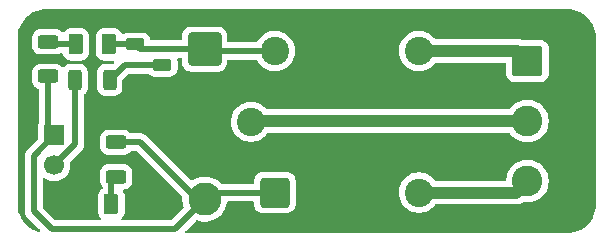
<source format=gbr>
%TF.GenerationSoftware,KiCad,Pcbnew,9.0.5*%
%TF.CreationDate,2025-12-25T11:21:18+05:30*%
%TF.ProjectId,Relay Module ( Single channel),52656c61-7920-44d6-9f64-756c65202820,v1.0*%
%TF.SameCoordinates,Original*%
%TF.FileFunction,Copper,L1,Top*%
%TF.FilePolarity,Positive*%
%FSLAX46Y46*%
G04 Gerber Fmt 4.6, Leading zero omitted, Abs format (unit mm)*
G04 Created by KiCad (PCBNEW 9.0.5) date 2025-12-25 11:21:18*
%MOMM*%
%LPD*%
G01*
G04 APERTURE LIST*
G04 Aperture macros list*
%AMRoundRect*
0 Rectangle with rounded corners*
0 $1 Rounding radius*
0 $2 $3 $4 $5 $6 $7 $8 $9 X,Y pos of 4 corners*
0 Add a 4 corners polygon primitive as box body*
4,1,4,$2,$3,$4,$5,$6,$7,$8,$9,$2,$3,0*
0 Add four circle primitives for the rounded corners*
1,1,$1+$1,$2,$3*
1,1,$1+$1,$4,$5*
1,1,$1+$1,$6,$7*
1,1,$1+$1,$8,$9*
0 Add four rect primitives between the rounded corners*
20,1,$1+$1,$2,$3,$4,$5,0*
20,1,$1+$1,$4,$5,$6,$7,0*
20,1,$1+$1,$6,$7,$8,$9,0*
20,1,$1+$1,$8,$9,$2,$3,0*%
G04 Aperture macros list end*
%TA.AperFunction,SMDPad,CuDef*%
%ADD10RoundRect,0.250000X0.375000X0.625000X-0.375000X0.625000X-0.375000X-0.625000X0.375000X-0.625000X0*%
%TD*%
%TA.AperFunction,ComponentPad*%
%ADD11RoundRect,0.250000X-1.050000X1.050000X-1.050000X-1.050000X1.050000X-1.050000X1.050000X1.050000X0*%
%TD*%
%TA.AperFunction,ComponentPad*%
%ADD12C,2.600000*%
%TD*%
%TA.AperFunction,ComponentPad*%
%ADD13RoundRect,0.250001X-1.149999X1.149999X-1.149999X-1.149999X1.149999X-1.149999X1.149999X1.149999X0*%
%TD*%
%TA.AperFunction,ComponentPad*%
%ADD14C,2.800000*%
%TD*%
%TA.AperFunction,ComponentPad*%
%ADD15R,1.700000X1.700000*%
%TD*%
%TA.AperFunction,ComponentPad*%
%ADD16C,1.700000*%
%TD*%
%TA.AperFunction,ComponentPad*%
%ADD17C,2.400000*%
%TD*%
%TA.AperFunction,ComponentPad*%
%ADD18RoundRect,0.250000X1.000000X-1.000000X1.000000X1.000000X-1.000000X1.000000X-1.000000X-1.000000X0*%
%TD*%
%TA.AperFunction,SMDPad,CuDef*%
%ADD19RoundRect,0.250000X-0.625000X0.312500X-0.625000X-0.312500X0.625000X-0.312500X0.625000X0.312500X0*%
%TD*%
%TA.AperFunction,SMDPad,CuDef*%
%ADD20RoundRect,0.250000X-0.312500X-0.625000X0.312500X-0.625000X0.312500X0.625000X-0.312500X0.625000X0*%
%TD*%
%TA.AperFunction,SMDPad,CuDef*%
%ADD21RoundRect,0.250000X-0.550000X0.250000X-0.550000X-0.250000X0.550000X-0.250000X0.550000X0.250000X0*%
%TD*%
%TA.AperFunction,SMDPad,CuDef*%
%ADD22RoundRect,0.250000X0.625000X-0.312500X0.625000X0.312500X-0.625000X0.312500X-0.625000X-0.312500X0*%
%TD*%
%TA.AperFunction,Conductor*%
%ADD23C,0.500000*%
%TD*%
%TA.AperFunction,Conductor*%
%ADD24C,1.000000*%
%TD*%
G04 APERTURE END LIST*
D10*
%TO.P,D2,1,K*%
%TO.N,Net-(D1-K)*%
X151243000Y-94505000D03*
%TO.P,D2,2,A*%
%TO.N,Net-(D2-A)*%
X148443000Y-94505000D03*
%TD*%
D11*
%TO.P,J2,1,Pin_1*%
%TO.N,NC*%
X186670500Y-95920000D03*
D12*
%TO.P,J2,2,Pin_2*%
%TO.N,COM*%
X186670500Y-101000000D03*
%TO.P,J2,3,Pin_3*%
%TO.N,NO*%
X186670500Y-106080000D03*
%TD*%
D13*
%TO.P,D1,1,K*%
%TO.N,Net-(D1-K)*%
X159343000Y-94905000D03*
D14*
%TO.P,D1,2,A*%
%TO.N,VCC*%
X159343000Y-107605000D03*
%TD*%
D15*
%TO.P,J1,1,Pin_1*%
%TO.N,VCC*%
X146593000Y-102215000D03*
D16*
%TO.P,J1,2,Pin_2*%
%TO.N,INPUT*%
X146593000Y-104755000D03*
%TO.P,J1,3,Pin_3*%
%TO.N,GND*%
X146593000Y-107295000D03*
%TD*%
D10*
%TO.P,D3,1,K*%
%TO.N,GND*%
X154243000Y-108005000D03*
%TO.P,D3,2,A*%
%TO.N,Net-(D3-A)*%
X151443000Y-108005000D03*
%TD*%
D17*
%TO.P,K1,11*%
%TO.N,COM*%
X163282000Y-101047500D03*
%TO.P,K1,12*%
%TO.N,NC*%
X177482000Y-95047500D03*
%TO.P,K1,14*%
%TO.N,NO*%
X177482000Y-107047500D03*
D18*
%TO.P,K1,A1*%
%TO.N,VCC*%
X165282000Y-107047500D03*
D17*
%TO.P,K1,A2*%
%TO.N,Net-(D1-K)*%
X165282000Y-95047500D03*
%TD*%
D19*
%TO.P,R2,1*%
%TO.N,VCC*%
X151843000Y-102792500D03*
%TO.P,R2,2*%
%TO.N,Net-(D3-A)*%
X151843000Y-105717500D03*
%TD*%
D20*
%TO.P,R3,1*%
%TO.N,INPUT*%
X148380500Y-97505000D03*
%TO.P,R3,2*%
%TO.N,Net-(Q1-B)*%
X151305500Y-97505000D03*
%TD*%
D21*
%TO.P,Q1,1,C*%
%TO.N,Net-(D1-K)*%
X153443000Y-94505000D03*
%TO.P,Q1,2,B*%
%TO.N,Net-(Q1-B)*%
X155743000Y-96255000D03*
%TO.P,Q1,3,E*%
%TO.N,GND*%
X153443000Y-98005000D03*
%TD*%
D22*
%TO.P,R1,1*%
%TO.N,VCC*%
X146093000Y-97217500D03*
%TO.P,R1,2*%
%TO.N,Net-(D2-A)*%
X146093000Y-94292500D03*
%TD*%
D23*
%TO.N,VCC*%
X158703000Y-107605000D02*
X159343000Y-107605000D01*
X159900500Y-107047500D02*
X159343000Y-107605000D01*
X156793000Y-110155000D02*
X159343000Y-107605000D01*
X146093000Y-101715000D02*
X146593000Y-102215000D01*
X144863000Y-108615000D02*
X146403000Y-110155000D01*
X151843000Y-102792500D02*
X153890500Y-102792500D01*
X146593000Y-102215000D02*
X144863000Y-103945000D01*
X144863000Y-103945000D02*
X144863000Y-108615000D01*
X165282000Y-107047500D02*
X159900500Y-107047500D01*
X146403000Y-110155000D02*
X156793000Y-110155000D01*
X153890500Y-102792500D02*
X158703000Y-107605000D01*
X146093000Y-97217500D02*
X146093000Y-101715000D01*
%TO.N,Net-(D1-K)*%
X159343000Y-94905000D02*
X153843000Y-94905000D01*
X153843000Y-94905000D02*
X153443000Y-94505000D01*
X159485500Y-95047500D02*
X159343000Y-94905000D01*
X151243000Y-94505000D02*
X153443000Y-94505000D01*
X165282000Y-95047500D02*
X159485500Y-95047500D01*
%TO.N,Net-(D2-A)*%
X146305500Y-94505000D02*
X146093000Y-94292500D01*
X148443000Y-94505000D02*
X146305500Y-94505000D01*
%TO.N,Net-(D3-A)*%
X151443000Y-106117500D02*
X151843000Y-105717500D01*
X151443000Y-108005000D02*
X151443000Y-106117500D01*
%TO.N,INPUT*%
X148380500Y-102967500D02*
X148380500Y-97505000D01*
X146593000Y-104755000D02*
X148380500Y-102967500D01*
D24*
%TO.N,NO*%
X177482000Y-107047500D02*
X185703000Y-107047500D01*
X185703000Y-107047500D02*
X186670500Y-106080000D01*
%TO.N,NC*%
X185798000Y-95047500D02*
X186670500Y-95920000D01*
X177482000Y-95047500D02*
X185798000Y-95047500D01*
%TO.N,COM*%
X186670500Y-101000000D02*
X163329500Y-101000000D01*
X163329500Y-101000000D02*
X163282000Y-101047500D01*
D23*
%TO.N,Net-(Q1-B)*%
X155743000Y-96255000D02*
X152555500Y-96255000D01*
X152555500Y-96255000D02*
X151305500Y-97505000D01*
%TD*%
%TA.AperFunction,Conductor*%
%TO.N,GND*%
G36*
X190003736Y-91500726D02*
G01*
X190293796Y-91518271D01*
X190308659Y-91520076D01*
X190590798Y-91571780D01*
X190605335Y-91575363D01*
X190879172Y-91660695D01*
X190893163Y-91666000D01*
X191154743Y-91783727D01*
X191167989Y-91790680D01*
X191413465Y-91939075D01*
X191425776Y-91947573D01*
X191651573Y-92124473D01*
X191662781Y-92134403D01*
X191865596Y-92337218D01*
X191875526Y-92348426D01*
X191995481Y-92501538D01*
X192052422Y-92574217D01*
X192060928Y-92586540D01*
X192209316Y-92832004D01*
X192216275Y-92845263D01*
X192333997Y-93106831D01*
X192339306Y-93120832D01*
X192424635Y-93394663D01*
X192428219Y-93409201D01*
X192479923Y-93691340D01*
X192481728Y-93706205D01*
X192499274Y-93996263D01*
X192499500Y-94003750D01*
X192499500Y-107996249D01*
X192499274Y-108003736D01*
X192481728Y-108293794D01*
X192479923Y-108308659D01*
X192428219Y-108590798D01*
X192424635Y-108605336D01*
X192339306Y-108879167D01*
X192333997Y-108893168D01*
X192216275Y-109154736D01*
X192209316Y-109167995D01*
X192060928Y-109413459D01*
X192052422Y-109425782D01*
X191875526Y-109651573D01*
X191865596Y-109662781D01*
X191662781Y-109865596D01*
X191651573Y-109875526D01*
X191425782Y-110052422D01*
X191413459Y-110060928D01*
X191167995Y-110209316D01*
X191154736Y-110216275D01*
X190893168Y-110333997D01*
X190879167Y-110339306D01*
X190605336Y-110424635D01*
X190590798Y-110428219D01*
X190308659Y-110479923D01*
X190293794Y-110481728D01*
X190003736Y-110499274D01*
X189996249Y-110499500D01*
X157809230Y-110499500D01*
X157742191Y-110479815D01*
X157696436Y-110427011D01*
X157686492Y-110357853D01*
X157715517Y-110294297D01*
X157721549Y-110287819D01*
X158580333Y-109429034D01*
X158641656Y-109395549D01*
X158711347Y-109400533D01*
X158715467Y-109402154D01*
X158720368Y-109404184D01*
X158730793Y-109408502D01*
X158971435Y-109472982D01*
X159218435Y-109505500D01*
X159218442Y-109505500D01*
X159467558Y-109505500D01*
X159467565Y-109505500D01*
X159714565Y-109472982D01*
X159955207Y-109408502D01*
X160185373Y-109313164D01*
X160401127Y-109188599D01*
X160598776Y-109036938D01*
X160774938Y-108860776D01*
X160926599Y-108663127D01*
X161051164Y-108447373D01*
X161146502Y-108217207D01*
X161210982Y-107976565D01*
X161220296Y-107905814D01*
X161248562Y-107841919D01*
X161306886Y-107803447D01*
X161343235Y-107798000D01*
X163407501Y-107798000D01*
X163474540Y-107817685D01*
X163520295Y-107870489D01*
X163531501Y-107922000D01*
X163531501Y-108097518D01*
X163542000Y-108200296D01*
X163542001Y-108200299D01*
X163597185Y-108366831D01*
X163597187Y-108366836D01*
X163632069Y-108423388D01*
X163689288Y-108516156D01*
X163813344Y-108640212D01*
X163962666Y-108732314D01*
X164129203Y-108787499D01*
X164231991Y-108798000D01*
X166332008Y-108797999D01*
X166434797Y-108787499D01*
X166601334Y-108732314D01*
X166750656Y-108640212D01*
X166874712Y-108516156D01*
X166966814Y-108366834D01*
X167021999Y-108200297D01*
X167032500Y-108097509D01*
X167032499Y-106936049D01*
X175781500Y-106936049D01*
X175781500Y-107158950D01*
X175781501Y-107158966D01*
X175810594Y-107379952D01*
X175810595Y-107379957D01*
X175810596Y-107379963D01*
X175837518Y-107480437D01*
X175868290Y-107595280D01*
X175868293Y-107595290D01*
X175953593Y-107801222D01*
X175953595Y-107801226D01*
X176065052Y-107994274D01*
X176065057Y-107994280D01*
X176065058Y-107994282D01*
X176200751Y-108171122D01*
X176200757Y-108171129D01*
X176358370Y-108328742D01*
X176358376Y-108328747D01*
X176535226Y-108464448D01*
X176728274Y-108575905D01*
X176934219Y-108661210D01*
X177149537Y-108718904D01*
X177370543Y-108748000D01*
X177370550Y-108748000D01*
X177593450Y-108748000D01*
X177593457Y-108748000D01*
X177814463Y-108718904D01*
X178029781Y-108661210D01*
X178235726Y-108575905D01*
X178428774Y-108464448D01*
X178605624Y-108328747D01*
X178763247Y-108171124D01*
X178820497Y-108096513D01*
X178876924Y-108055311D01*
X178918873Y-108048000D01*
X185801542Y-108048000D01*
X185832566Y-108041828D01*
X185898188Y-108028775D01*
X185994836Y-108009551D01*
X186048165Y-107987461D01*
X186176914Y-107934132D01*
X186266982Y-107873949D01*
X186333657Y-107853071D01*
X186352046Y-107854111D01*
X186540353Y-107878902D01*
X186552473Y-107880498D01*
X186552489Y-107880500D01*
X186552496Y-107880500D01*
X186788504Y-107880500D01*
X186788511Y-107880500D01*
X187022514Y-107849693D01*
X187250493Y-107788606D01*
X187468549Y-107698284D01*
X187672950Y-107580273D01*
X187860199Y-107436592D01*
X188027092Y-107269699D01*
X188170773Y-107082450D01*
X188288784Y-106878049D01*
X188379106Y-106659993D01*
X188440193Y-106432014D01*
X188471000Y-106198011D01*
X188471000Y-105961989D01*
X188440193Y-105727986D01*
X188379106Y-105500007D01*
X188288784Y-105281951D01*
X188288782Y-105281948D01*
X188288780Y-105281943D01*
X188246618Y-105208918D01*
X188170773Y-105077550D01*
X188062422Y-104936344D01*
X188027093Y-104890302D01*
X188027087Y-104890295D01*
X187860204Y-104723412D01*
X187860197Y-104723406D01*
X187672954Y-104579730D01*
X187672953Y-104579729D01*
X187672950Y-104579727D01*
X187591457Y-104532677D01*
X187468556Y-104461719D01*
X187468545Y-104461714D01*
X187250493Y-104371394D01*
X187022510Y-104310306D01*
X186788520Y-104279501D01*
X186788517Y-104279500D01*
X186788511Y-104279500D01*
X186552489Y-104279500D01*
X186552483Y-104279500D01*
X186552479Y-104279501D01*
X186318489Y-104310306D01*
X186090506Y-104371394D01*
X185872454Y-104461714D01*
X185872443Y-104461719D01*
X185668045Y-104579730D01*
X185480802Y-104723406D01*
X185480795Y-104723412D01*
X185313912Y-104890295D01*
X185313906Y-104890302D01*
X185170230Y-105077545D01*
X185052219Y-105281943D01*
X185052214Y-105281954D01*
X184961894Y-105500006D01*
X184900806Y-105727989D01*
X184873002Y-105939185D01*
X184844736Y-106003082D01*
X184786411Y-106041553D01*
X184750063Y-106047000D01*
X178918873Y-106047000D01*
X178851834Y-106027315D01*
X178820497Y-105998486D01*
X178763248Y-105923877D01*
X178763242Y-105923870D01*
X178605629Y-105766257D01*
X178605622Y-105766251D01*
X178428782Y-105630558D01*
X178428780Y-105630557D01*
X178428774Y-105630552D01*
X178235726Y-105519095D01*
X178235722Y-105519093D01*
X178029790Y-105433793D01*
X178029783Y-105433791D01*
X178029781Y-105433790D01*
X177814463Y-105376096D01*
X177814457Y-105376095D01*
X177814452Y-105376094D01*
X177593466Y-105347001D01*
X177593463Y-105347000D01*
X177593457Y-105347000D01*
X177370543Y-105347000D01*
X177370537Y-105347000D01*
X177370533Y-105347001D01*
X177149547Y-105376094D01*
X177149540Y-105376095D01*
X177149537Y-105376096D01*
X176934219Y-105433790D01*
X176934209Y-105433793D01*
X176728277Y-105519093D01*
X176728273Y-105519095D01*
X176535226Y-105630552D01*
X176535217Y-105630558D01*
X176358377Y-105766251D01*
X176358370Y-105766257D01*
X176200757Y-105923870D01*
X176200751Y-105923877D01*
X176065058Y-106100717D01*
X176065052Y-106100726D01*
X175953595Y-106293773D01*
X175953593Y-106293777D01*
X175868293Y-106499709D01*
X175868290Y-106499719D01*
X175810597Y-106715034D01*
X175810594Y-106715047D01*
X175781501Y-106936033D01*
X175781500Y-106936049D01*
X167032499Y-106936049D01*
X167032499Y-105997492D01*
X167021999Y-105894703D01*
X166966814Y-105728166D01*
X166874712Y-105578844D01*
X166750656Y-105454788D01*
X166601334Y-105362686D01*
X166434797Y-105307501D01*
X166434795Y-105307500D01*
X166332010Y-105297000D01*
X164231998Y-105297000D01*
X164231981Y-105297001D01*
X164129203Y-105307500D01*
X164129200Y-105307501D01*
X163962668Y-105362685D01*
X163962663Y-105362687D01*
X163813342Y-105454789D01*
X163689289Y-105578842D01*
X163597187Y-105728163D01*
X163597185Y-105728168D01*
X163578317Y-105785109D01*
X163542001Y-105894703D01*
X163542001Y-105894704D01*
X163542000Y-105894704D01*
X163531500Y-105997483D01*
X163531500Y-106173000D01*
X163511815Y-106240039D01*
X163459011Y-106285794D01*
X163407500Y-106297000D01*
X160774076Y-106297000D01*
X160707037Y-106277315D01*
X160686399Y-106260685D01*
X160598776Y-106173062D01*
X160598775Y-106173061D01*
X160598773Y-106173059D01*
X160401126Y-106021400D01*
X160185376Y-105896837D01*
X160185361Y-105896830D01*
X159955207Y-105801498D01*
X159714561Y-105737017D01*
X159467575Y-105704501D01*
X159467570Y-105704500D01*
X159467565Y-105704500D01*
X159218435Y-105704500D01*
X159218429Y-105704500D01*
X159218424Y-105704501D01*
X158971438Y-105737017D01*
X158730792Y-105801498D01*
X158500638Y-105896830D01*
X158500616Y-105896841D01*
X158301273Y-106011931D01*
X158233373Y-106028404D01*
X158167346Y-106005551D01*
X158151593Y-105992225D01*
X154368921Y-102209552D01*
X154368914Y-102209546D01*
X154295229Y-102160312D01*
X154295229Y-102160313D01*
X154245991Y-102127413D01*
X154109417Y-102070843D01*
X154109407Y-102070840D01*
X153964420Y-102042000D01*
X153964418Y-102042000D01*
X153142730Y-102042000D01*
X153075691Y-102022315D01*
X153055049Y-102005681D01*
X152936657Y-101887289D01*
X152936656Y-101887288D01*
X152843888Y-101830069D01*
X152787336Y-101795187D01*
X152787331Y-101795185D01*
X152785862Y-101794698D01*
X152620797Y-101740001D01*
X152620795Y-101740000D01*
X152518010Y-101729500D01*
X151167998Y-101729500D01*
X151167981Y-101729501D01*
X151065203Y-101740000D01*
X151065200Y-101740001D01*
X150898668Y-101795185D01*
X150898663Y-101795187D01*
X150749342Y-101887289D01*
X150625289Y-102011342D01*
X150533187Y-102160663D01*
X150533185Y-102160668D01*
X150529719Y-102171129D01*
X150478001Y-102327203D01*
X150478001Y-102327204D01*
X150478000Y-102327204D01*
X150467500Y-102429983D01*
X150467500Y-103155001D01*
X150467501Y-103155019D01*
X150478000Y-103257796D01*
X150478001Y-103257799D01*
X150533185Y-103424331D01*
X150533187Y-103424336D01*
X150546498Y-103445916D01*
X150625288Y-103573656D01*
X150749344Y-103697712D01*
X150898666Y-103789814D01*
X151065203Y-103844999D01*
X151167991Y-103855500D01*
X152518008Y-103855499D01*
X152620797Y-103844999D01*
X152787334Y-103789814D01*
X152936656Y-103697712D01*
X153055049Y-103579319D01*
X153116372Y-103545834D01*
X153142730Y-103543000D01*
X153528270Y-103543000D01*
X153595309Y-103562685D01*
X153615951Y-103579319D01*
X157407935Y-107371303D01*
X157441420Y-107432626D01*
X157443194Y-107475165D01*
X157442500Y-107480437D01*
X157442500Y-107729558D01*
X157442501Y-107729575D01*
X157469431Y-107934132D01*
X157475018Y-107976565D01*
X157534966Y-108200295D01*
X157539499Y-108217209D01*
X157539503Y-108217222D01*
X157545845Y-108232532D01*
X157553314Y-108302001D01*
X157522038Y-108364480D01*
X157518965Y-108367665D01*
X156518451Y-109368181D01*
X156457128Y-109401666D01*
X156430770Y-109404500D01*
X152404230Y-109404500D01*
X152337191Y-109384815D01*
X152291436Y-109332011D01*
X152281492Y-109262853D01*
X152310517Y-109199297D01*
X152316549Y-109192819D01*
X152354632Y-109154736D01*
X152410712Y-109098656D01*
X152502814Y-108949334D01*
X152557999Y-108782797D01*
X152568500Y-108680009D01*
X152568499Y-107329992D01*
X152557999Y-107227203D01*
X152502814Y-107060666D01*
X152444989Y-106966916D01*
X152426550Y-106899526D01*
X152447473Y-106832863D01*
X152501115Y-106788093D01*
X152537927Y-106778464D01*
X152620797Y-106769999D01*
X152787334Y-106714814D01*
X152936656Y-106622712D01*
X153060712Y-106498656D01*
X153152814Y-106349334D01*
X153207999Y-106182797D01*
X153218500Y-106080009D01*
X153218499Y-105354992D01*
X153207999Y-105252203D01*
X153152814Y-105085666D01*
X153060712Y-104936344D01*
X152936656Y-104812288D01*
X152843888Y-104755069D01*
X152787336Y-104720187D01*
X152787331Y-104720185D01*
X152785862Y-104719698D01*
X152620797Y-104665001D01*
X152620795Y-104665000D01*
X152518010Y-104654500D01*
X151167998Y-104654500D01*
X151167981Y-104654501D01*
X151065203Y-104665000D01*
X151065200Y-104665001D01*
X150898668Y-104720185D01*
X150898663Y-104720187D01*
X150749342Y-104812289D01*
X150625289Y-104936342D01*
X150533187Y-105085663D01*
X150533186Y-105085666D01*
X150478001Y-105252203D01*
X150478001Y-105252204D01*
X150478000Y-105252204D01*
X150467500Y-105354983D01*
X150467500Y-106080001D01*
X150467501Y-106080019D01*
X150478000Y-106182796D01*
X150478001Y-106182799D01*
X150533185Y-106349331D01*
X150533187Y-106349336D01*
X150625289Y-106498657D01*
X150656181Y-106529549D01*
X150670884Y-106556476D01*
X150687477Y-106582295D01*
X150688368Y-106588495D01*
X150689666Y-106590872D01*
X150692500Y-106617230D01*
X150692500Y-106660621D01*
X150672815Y-106727660D01*
X150633599Y-106766158D01*
X150599346Y-106787285D01*
X150475289Y-106911342D01*
X150383187Y-107060663D01*
X150383186Y-107060666D01*
X150328001Y-107227203D01*
X150328001Y-107227204D01*
X150328000Y-107227204D01*
X150317500Y-107329983D01*
X150317500Y-108680001D01*
X150317501Y-108680018D01*
X150328000Y-108782796D01*
X150328001Y-108782799D01*
X150353842Y-108860781D01*
X150383186Y-108949334D01*
X150426604Y-109019727D01*
X150475289Y-109098657D01*
X150569451Y-109192819D01*
X150602936Y-109254142D01*
X150597952Y-109323834D01*
X150556080Y-109379767D01*
X150490616Y-109404184D01*
X150481770Y-109404500D01*
X146765230Y-109404500D01*
X146698191Y-109384815D01*
X146677549Y-109368181D01*
X145649819Y-108340451D01*
X145616334Y-108279128D01*
X145613500Y-108252770D01*
X145613500Y-105956025D01*
X145633185Y-105888986D01*
X145685989Y-105843231D01*
X145755147Y-105833287D01*
X145810385Y-105855707D01*
X145885184Y-105910051D01*
X146074588Y-106006557D01*
X146276757Y-106072246D01*
X146486713Y-106105500D01*
X146486714Y-106105500D01*
X146699286Y-106105500D01*
X146699287Y-106105500D01*
X146909243Y-106072246D01*
X147111412Y-106006557D01*
X147300816Y-105910051D01*
X147375615Y-105855707D01*
X147472786Y-105785109D01*
X147472788Y-105785106D01*
X147472792Y-105785104D01*
X147623104Y-105634792D01*
X147623106Y-105634788D01*
X147623109Y-105634786D01*
X147748048Y-105462820D01*
X147748047Y-105462820D01*
X147748051Y-105462816D01*
X147844557Y-105273412D01*
X147910246Y-105071243D01*
X147943500Y-104861287D01*
X147943500Y-104648713D01*
X147928382Y-104553268D01*
X147937336Y-104483979D01*
X147963171Y-104446195D01*
X148963452Y-103445916D01*
X149019489Y-103362049D01*
X149045584Y-103322995D01*
X149090110Y-103215500D01*
X149102159Y-103186412D01*
X149131000Y-103041417D01*
X149131000Y-102893582D01*
X149131000Y-100936049D01*
X161581500Y-100936049D01*
X161581500Y-101158950D01*
X161581501Y-101158966D01*
X161610594Y-101379952D01*
X161610595Y-101379957D01*
X161610596Y-101379963D01*
X161610597Y-101379965D01*
X161668290Y-101595280D01*
X161668293Y-101595290D01*
X161752277Y-101798045D01*
X161753595Y-101801226D01*
X161865052Y-101994274D01*
X161865057Y-101994280D01*
X161865058Y-101994282D01*
X162000751Y-102171122D01*
X162000757Y-102171129D01*
X162158370Y-102328742D01*
X162158377Y-102328748D01*
X162194666Y-102356593D01*
X162335226Y-102464448D01*
X162528274Y-102575905D01*
X162734219Y-102661210D01*
X162949537Y-102718904D01*
X163170543Y-102748000D01*
X163170550Y-102748000D01*
X163393450Y-102748000D01*
X163393457Y-102748000D01*
X163614463Y-102718904D01*
X163829781Y-102661210D01*
X164035726Y-102575905D01*
X164228774Y-102464448D01*
X164405624Y-102328747D01*
X164563247Y-102171124D01*
X164656945Y-102049013D01*
X164713373Y-102007811D01*
X164755321Y-102000500D01*
X185107581Y-102000500D01*
X185174620Y-102020185D01*
X185205956Y-102049013D01*
X185222706Y-102070842D01*
X185313906Y-102189697D01*
X185313912Y-102189704D01*
X185480795Y-102356587D01*
X185480801Y-102356592D01*
X185668050Y-102500273D01*
X185737639Y-102540450D01*
X185872443Y-102618280D01*
X185872448Y-102618282D01*
X185872451Y-102618284D01*
X186090507Y-102708606D01*
X186318486Y-102769693D01*
X186552489Y-102800500D01*
X186552496Y-102800500D01*
X186788504Y-102800500D01*
X186788511Y-102800500D01*
X187022514Y-102769693D01*
X187250493Y-102708606D01*
X187468549Y-102618284D01*
X187672950Y-102500273D01*
X187860199Y-102356592D01*
X188027092Y-102189699D01*
X188170773Y-102002450D01*
X188288784Y-101798049D01*
X188379106Y-101579993D01*
X188440193Y-101352014D01*
X188471000Y-101118011D01*
X188471000Y-100881989D01*
X188440193Y-100647986D01*
X188379106Y-100420007D01*
X188288784Y-100201951D01*
X188288782Y-100201948D01*
X188288780Y-100201943D01*
X188246618Y-100128918D01*
X188170773Y-99997550D01*
X188027092Y-99810301D01*
X188027087Y-99810295D01*
X187860204Y-99643412D01*
X187860197Y-99643406D01*
X187672954Y-99499730D01*
X187672953Y-99499729D01*
X187672950Y-99499727D01*
X187558744Y-99433790D01*
X187468556Y-99381719D01*
X187468545Y-99381714D01*
X187250493Y-99291394D01*
X187022510Y-99230306D01*
X186788520Y-99199501D01*
X186788517Y-99199500D01*
X186788511Y-99199500D01*
X186552489Y-99199500D01*
X186552483Y-99199500D01*
X186552479Y-99199501D01*
X186318489Y-99230306D01*
X186090506Y-99291394D01*
X185872454Y-99381714D01*
X185872443Y-99381719D01*
X185668045Y-99499730D01*
X185480802Y-99643406D01*
X185480795Y-99643412D01*
X185313912Y-99810295D01*
X185313906Y-99810302D01*
X185205957Y-99950986D01*
X185149529Y-99992189D01*
X185107581Y-99999500D01*
X164682425Y-99999500D01*
X164615386Y-99979815D01*
X164584048Y-99950985D01*
X164563246Y-99923874D01*
X164405629Y-99766257D01*
X164405622Y-99766251D01*
X164228782Y-99630558D01*
X164228780Y-99630557D01*
X164228774Y-99630552D01*
X164035726Y-99519095D01*
X164035722Y-99519093D01*
X163829790Y-99433793D01*
X163829783Y-99433791D01*
X163829781Y-99433790D01*
X163614463Y-99376096D01*
X163614457Y-99376095D01*
X163614452Y-99376094D01*
X163393466Y-99347001D01*
X163393463Y-99347000D01*
X163393457Y-99347000D01*
X163170543Y-99347000D01*
X163170537Y-99347000D01*
X163170533Y-99347001D01*
X162949547Y-99376094D01*
X162949540Y-99376095D01*
X162949537Y-99376096D01*
X162928563Y-99381716D01*
X162734219Y-99433790D01*
X162734209Y-99433793D01*
X162528277Y-99519093D01*
X162528273Y-99519095D01*
X162335226Y-99630552D01*
X162335217Y-99630558D01*
X162158377Y-99766251D01*
X162158370Y-99766257D01*
X162000757Y-99923870D01*
X162000751Y-99923877D01*
X161865058Y-100100717D01*
X161865052Y-100100726D01*
X161753595Y-100293773D01*
X161753593Y-100293777D01*
X161668293Y-100499709D01*
X161668290Y-100499719D01*
X161628562Y-100647989D01*
X161610597Y-100715034D01*
X161610594Y-100715047D01*
X161581501Y-100936033D01*
X161581500Y-100936049D01*
X149131000Y-100936049D01*
X149131000Y-98804730D01*
X149150685Y-98737691D01*
X149167319Y-98717049D01*
X149285712Y-98598656D01*
X149377814Y-98449334D01*
X149432999Y-98282797D01*
X149443500Y-98180009D01*
X149443499Y-96829992D01*
X149439924Y-96794999D01*
X149432999Y-96727203D01*
X149432998Y-96727200D01*
X149411131Y-96661210D01*
X149377814Y-96560666D01*
X149285712Y-96411344D01*
X149161656Y-96287288D01*
X149012334Y-96195186D01*
X148845797Y-96140001D01*
X148845795Y-96140000D01*
X148743010Y-96129500D01*
X148017998Y-96129500D01*
X148017980Y-96129501D01*
X147915203Y-96140000D01*
X147915200Y-96140001D01*
X147748668Y-96195185D01*
X147748663Y-96195187D01*
X147599342Y-96287289D01*
X147470181Y-96416451D01*
X147468429Y-96414699D01*
X147420935Y-96448305D01*
X147351135Y-96451419D01*
X147293052Y-96418684D01*
X147186657Y-96312289D01*
X147186656Y-96312288D01*
X147037334Y-96220186D01*
X146870797Y-96165001D01*
X146870795Y-96165000D01*
X146768010Y-96154500D01*
X145417998Y-96154500D01*
X145417981Y-96154501D01*
X145315203Y-96165000D01*
X145315200Y-96165001D01*
X145148668Y-96220185D01*
X145148663Y-96220187D01*
X144999342Y-96312289D01*
X144875289Y-96436342D01*
X144783187Y-96585663D01*
X144783186Y-96585666D01*
X144728001Y-96752203D01*
X144728001Y-96752204D01*
X144728000Y-96752204D01*
X144717500Y-96854983D01*
X144717500Y-97580001D01*
X144717501Y-97580019D01*
X144728000Y-97682796D01*
X144728001Y-97682799D01*
X144783185Y-97849331D01*
X144783186Y-97849334D01*
X144875288Y-97998656D01*
X144999344Y-98122712D01*
X145148666Y-98214814D01*
X145257505Y-98250879D01*
X145314949Y-98290652D01*
X145341772Y-98355167D01*
X145342500Y-98368585D01*
X145342500Y-101023561D01*
X145322815Y-101090600D01*
X145317767Y-101097872D01*
X145299204Y-101122668D01*
X145299202Y-101122671D01*
X145248908Y-101257517D01*
X145242501Y-101317116D01*
X145242500Y-101317135D01*
X145242500Y-102452769D01*
X145222815Y-102519808D01*
X145206181Y-102540450D01*
X144280045Y-103466586D01*
X144257326Y-103500590D01*
X144248261Y-103514158D01*
X144227096Y-103545834D01*
X144197914Y-103589507D01*
X144141343Y-103726082D01*
X144141340Y-103726092D01*
X144112500Y-103871079D01*
X144112500Y-108688920D01*
X144141340Y-108833907D01*
X144141343Y-108833917D01*
X144197914Y-108970492D01*
X144230812Y-109019727D01*
X144230813Y-109019730D01*
X144280046Y-109093414D01*
X144280052Y-109093421D01*
X145353582Y-110166950D01*
X145356269Y-110171872D01*
X145360939Y-110174983D01*
X145372832Y-110202204D01*
X145387067Y-110228273D01*
X145386666Y-110233868D01*
X145388913Y-110239009D01*
X145384201Y-110268334D01*
X145382083Y-110297965D01*
X145378720Y-110302456D01*
X145377831Y-110307994D01*
X145358011Y-110330119D01*
X145340211Y-110353898D01*
X145334956Y-110355857D01*
X145331213Y-110360037D01*
X145302575Y-110367935D01*
X145274747Y-110378315D01*
X145267842Y-110377515D01*
X145263858Y-110378614D01*
X145229011Y-110373016D01*
X145120832Y-110339306D01*
X145106831Y-110333997D01*
X144845263Y-110216275D01*
X144832004Y-110209316D01*
X144586540Y-110060928D01*
X144574217Y-110052422D01*
X144348426Y-109875526D01*
X144337218Y-109865596D01*
X144134403Y-109662781D01*
X144124473Y-109651573D01*
X144010031Y-109505498D01*
X143947573Y-109425776D01*
X143939075Y-109413465D01*
X143790680Y-109167989D01*
X143788165Y-109163198D01*
X143787640Y-109162667D01*
X143787473Y-109161879D01*
X143783727Y-109154743D01*
X143666000Y-108893163D01*
X143660693Y-108879167D01*
X143646591Y-108833913D01*
X143575363Y-108605335D01*
X143571780Y-108590798D01*
X143557752Y-108514250D01*
X143520075Y-108308657D01*
X143518271Y-108293794D01*
X143512615Y-108200295D01*
X143500726Y-108003736D01*
X143500500Y-107996249D01*
X143500500Y-94003750D01*
X143500726Y-93996264D01*
X143504391Y-93935666D01*
X143504735Y-93929983D01*
X144717500Y-93929983D01*
X144717500Y-94655001D01*
X144717501Y-94655019D01*
X144728000Y-94757796D01*
X144728001Y-94757799D01*
X144748610Y-94819992D01*
X144783186Y-94924334D01*
X144875288Y-95073656D01*
X144999344Y-95197712D01*
X145148666Y-95289814D01*
X145315203Y-95344999D01*
X145417991Y-95355500D01*
X146768008Y-95355499D01*
X146870797Y-95344999D01*
X147037334Y-95289814D01*
X147063036Y-95273960D01*
X147079594Y-95269264D01*
X147093197Y-95260523D01*
X147128132Y-95255500D01*
X147229415Y-95255500D01*
X147296454Y-95275185D01*
X147342209Y-95327989D01*
X147347118Y-95340489D01*
X147383186Y-95449334D01*
X147475288Y-95598656D01*
X147599344Y-95722712D01*
X147748666Y-95814814D01*
X147915203Y-95869999D01*
X148017991Y-95880500D01*
X148868008Y-95880499D01*
X148868016Y-95880498D01*
X148868019Y-95880498D01*
X148924302Y-95874748D01*
X148970797Y-95869999D01*
X149137334Y-95814814D01*
X149286656Y-95722712D01*
X149410712Y-95598656D01*
X149502814Y-95449334D01*
X149557999Y-95282797D01*
X149568500Y-95180009D01*
X149568499Y-93829992D01*
X149568498Y-93829983D01*
X150117500Y-93829983D01*
X150117500Y-95180001D01*
X150117501Y-95180018D01*
X150128000Y-95282796D01*
X150128001Y-95282799D01*
X150160199Y-95379965D01*
X150183186Y-95449334D01*
X150275288Y-95598656D01*
X150399344Y-95722712D01*
X150548666Y-95814814D01*
X150715203Y-95869999D01*
X150817991Y-95880500D01*
X151569269Y-95880499D01*
X151590515Y-95886737D01*
X151612603Y-95888317D01*
X151623385Y-95896388D01*
X151636308Y-95900183D01*
X151650809Y-95916919D01*
X151668536Y-95930189D01*
X151673242Y-95942807D01*
X151682063Y-95952987D01*
X151685214Y-95974905D01*
X151692953Y-95995653D01*
X151690090Y-96008813D01*
X151692007Y-96022146D01*
X151682807Y-96042289D01*
X151678101Y-96063926D01*
X151664832Y-96081651D01*
X151662982Y-96085702D01*
X151656950Y-96092180D01*
X151655949Y-96093181D01*
X151594626Y-96126666D01*
X151568268Y-96129500D01*
X150942998Y-96129500D01*
X150942980Y-96129501D01*
X150840203Y-96140000D01*
X150840200Y-96140001D01*
X150673668Y-96195185D01*
X150673663Y-96195187D01*
X150524342Y-96287289D01*
X150400289Y-96411342D01*
X150308187Y-96560663D01*
X150308185Y-96560668D01*
X150303136Y-96575905D01*
X150253001Y-96727203D01*
X150253001Y-96727204D01*
X150253000Y-96727204D01*
X150242500Y-96829983D01*
X150242500Y-98180001D01*
X150242501Y-98180018D01*
X150253000Y-98282796D01*
X150253001Y-98282799D01*
X150276982Y-98355167D01*
X150308186Y-98449334D01*
X150400288Y-98598656D01*
X150524344Y-98722712D01*
X150673666Y-98814814D01*
X150840203Y-98869999D01*
X150942991Y-98880500D01*
X151668008Y-98880499D01*
X151668016Y-98880498D01*
X151668019Y-98880498D01*
X151724302Y-98874748D01*
X151770797Y-98869999D01*
X151937334Y-98814814D01*
X152086656Y-98722712D01*
X152210712Y-98598656D01*
X152302814Y-98449334D01*
X152357999Y-98282797D01*
X152368500Y-98180009D01*
X152368499Y-97554728D01*
X152388183Y-97487690D01*
X152404813Y-97467053D01*
X152830049Y-97041819D01*
X152891372Y-97008334D01*
X152917730Y-97005500D01*
X154580770Y-97005500D01*
X154647809Y-97025185D01*
X154668451Y-97041819D01*
X154724344Y-97097712D01*
X154873666Y-97189814D01*
X155040203Y-97244999D01*
X155142991Y-97255500D01*
X156343008Y-97255499D01*
X156445797Y-97244999D01*
X156612334Y-97189814D01*
X156761656Y-97097712D01*
X156885712Y-96973656D01*
X156977814Y-96824334D01*
X157032999Y-96657797D01*
X157043500Y-96555009D01*
X157043499Y-95954992D01*
X157040965Y-95930189D01*
X157032999Y-95852203D01*
X157032997Y-95852195D01*
X157021833Y-95818505D01*
X157020853Y-95790044D01*
X157016800Y-95761853D01*
X157019667Y-95755574D01*
X157019430Y-95748677D01*
X157033993Y-95724205D01*
X157045825Y-95698297D01*
X157051631Y-95694565D01*
X157055161Y-95688635D01*
X157080641Y-95675922D01*
X157104603Y-95660523D01*
X157114300Y-95659128D01*
X157117681Y-95657442D01*
X157139538Y-95655500D01*
X157318500Y-95655500D01*
X157385539Y-95675185D01*
X157431294Y-95727989D01*
X157442500Y-95779500D01*
X157442500Y-96105015D01*
X157453000Y-96207795D01*
X157453001Y-96207797D01*
X157457107Y-96220187D01*
X157508186Y-96374335D01*
X157508187Y-96374337D01*
X157600286Y-96523651D01*
X157600289Y-96523655D01*
X157724344Y-96647710D01*
X157724348Y-96647713D01*
X157873662Y-96739812D01*
X157873664Y-96739813D01*
X157873666Y-96739814D01*
X158040203Y-96794999D01*
X158142992Y-96805500D01*
X158142997Y-96805500D01*
X160543003Y-96805500D01*
X160543008Y-96805500D01*
X160645797Y-96794999D01*
X160812334Y-96739814D01*
X160961655Y-96647711D01*
X161085711Y-96523655D01*
X161177814Y-96374334D01*
X161232999Y-96207797D01*
X161243500Y-96105008D01*
X161243500Y-95922000D01*
X161263185Y-95854961D01*
X161315989Y-95809206D01*
X161367500Y-95798000D01*
X163680141Y-95798000D01*
X163747180Y-95817685D01*
X163787527Y-95859998D01*
X163865052Y-95994274D01*
X163865057Y-95994280D01*
X163865058Y-95994282D01*
X164000751Y-96171122D01*
X164000757Y-96171129D01*
X164158370Y-96328742D01*
X164158377Y-96328748D01*
X164266019Y-96411344D01*
X164335226Y-96464448D01*
X164528274Y-96575905D01*
X164734219Y-96661210D01*
X164949537Y-96718904D01*
X165170543Y-96748000D01*
X165170550Y-96748000D01*
X165393450Y-96748000D01*
X165393457Y-96748000D01*
X165614463Y-96718904D01*
X165829781Y-96661210D01*
X166035726Y-96575905D01*
X166228774Y-96464448D01*
X166405624Y-96328747D01*
X166563247Y-96171124D01*
X166698948Y-95994274D01*
X166810405Y-95801226D01*
X166895710Y-95595281D01*
X166953404Y-95379963D01*
X166982500Y-95158957D01*
X166982500Y-94936049D01*
X175781500Y-94936049D01*
X175781500Y-95158950D01*
X175781501Y-95158966D01*
X175810594Y-95379952D01*
X175810595Y-95379957D01*
X175810596Y-95379963D01*
X175868290Y-95595280D01*
X175868293Y-95595290D01*
X175953593Y-95801222D01*
X175953595Y-95801226D01*
X176065052Y-95994274D01*
X176065057Y-95994280D01*
X176065058Y-95994282D01*
X176200751Y-96171122D01*
X176200757Y-96171129D01*
X176358370Y-96328742D01*
X176358377Y-96328748D01*
X176466019Y-96411344D01*
X176535226Y-96464448D01*
X176728274Y-96575905D01*
X176934219Y-96661210D01*
X177149537Y-96718904D01*
X177370543Y-96748000D01*
X177370550Y-96748000D01*
X177593450Y-96748000D01*
X177593457Y-96748000D01*
X177814463Y-96718904D01*
X178029781Y-96661210D01*
X178235726Y-96575905D01*
X178428774Y-96464448D01*
X178605624Y-96328747D01*
X178763247Y-96171124D01*
X178820497Y-96096513D01*
X178876924Y-96055311D01*
X178918873Y-96048000D01*
X184746001Y-96048000D01*
X184813040Y-96067685D01*
X184858795Y-96120489D01*
X184870001Y-96172000D01*
X184870001Y-97020018D01*
X184880500Y-97122796D01*
X184880501Y-97122799D01*
X184935685Y-97289331D01*
X184935686Y-97289334D01*
X185027788Y-97438656D01*
X185151844Y-97562712D01*
X185301166Y-97654814D01*
X185467703Y-97709999D01*
X185570491Y-97720500D01*
X187770508Y-97720499D01*
X187873297Y-97709999D01*
X188039834Y-97654814D01*
X188189156Y-97562712D01*
X188313212Y-97438656D01*
X188405314Y-97289334D01*
X188460499Y-97122797D01*
X188471000Y-97020009D01*
X188470999Y-94819992D01*
X188460499Y-94717203D01*
X188405314Y-94550666D01*
X188313212Y-94401344D01*
X188189156Y-94277288D01*
X188039834Y-94185186D01*
X187873297Y-94130001D01*
X187873295Y-94130000D01*
X187770516Y-94119500D01*
X187770509Y-94119500D01*
X186196708Y-94119500D01*
X186188532Y-94117873D01*
X186183455Y-94118790D01*
X186149257Y-94110062D01*
X186130283Y-94102203D01*
X186130281Y-94102202D01*
X186089836Y-94085449D01*
X186089828Y-94085447D01*
X185979511Y-94063504D01*
X185896543Y-94047000D01*
X185896541Y-94047000D01*
X178918873Y-94047000D01*
X178851834Y-94027315D01*
X178820497Y-93998486D01*
X178763248Y-93923877D01*
X178763242Y-93923870D01*
X178605629Y-93766257D01*
X178605622Y-93766251D01*
X178428782Y-93630558D01*
X178428780Y-93630557D01*
X178428774Y-93630552D01*
X178235726Y-93519095D01*
X178235722Y-93519093D01*
X178029790Y-93433793D01*
X178029783Y-93433791D01*
X178029781Y-93433790D01*
X177814463Y-93376096D01*
X177814457Y-93376095D01*
X177814452Y-93376094D01*
X177593466Y-93347001D01*
X177593463Y-93347000D01*
X177593457Y-93347000D01*
X177370543Y-93347000D01*
X177370537Y-93347000D01*
X177370533Y-93347001D01*
X177149547Y-93376094D01*
X177149540Y-93376095D01*
X177149537Y-93376096D01*
X177017989Y-93411344D01*
X176934219Y-93433790D01*
X176934209Y-93433793D01*
X176728277Y-93519093D01*
X176728273Y-93519095D01*
X176535226Y-93630552D01*
X176535217Y-93630558D01*
X176358377Y-93766251D01*
X176358370Y-93766257D01*
X176200757Y-93923870D01*
X176200751Y-93923877D01*
X176065058Y-94100717D01*
X176065052Y-94100726D01*
X175953595Y-94293773D01*
X175953593Y-94293777D01*
X175868293Y-94499709D01*
X175868290Y-94499719D01*
X175810597Y-94715034D01*
X175810594Y-94715047D01*
X175781501Y-94936033D01*
X175781500Y-94936049D01*
X166982500Y-94936049D01*
X166982500Y-94936043D01*
X166953404Y-94715037D01*
X166895710Y-94499719D01*
X166810405Y-94293774D01*
X166698948Y-94100726D01*
X166572294Y-93935666D01*
X166563248Y-93923877D01*
X166563242Y-93923870D01*
X166405629Y-93766257D01*
X166405622Y-93766251D01*
X166228782Y-93630558D01*
X166228780Y-93630557D01*
X166228774Y-93630552D01*
X166035726Y-93519095D01*
X166035722Y-93519093D01*
X165829790Y-93433793D01*
X165829783Y-93433791D01*
X165829781Y-93433790D01*
X165614463Y-93376096D01*
X165614457Y-93376095D01*
X165614452Y-93376094D01*
X165393466Y-93347001D01*
X165393463Y-93347000D01*
X165393457Y-93347000D01*
X165170543Y-93347000D01*
X165170537Y-93347000D01*
X165170533Y-93347001D01*
X164949547Y-93376094D01*
X164949540Y-93376095D01*
X164949537Y-93376096D01*
X164817989Y-93411344D01*
X164734219Y-93433790D01*
X164734209Y-93433793D01*
X164528277Y-93519093D01*
X164528273Y-93519095D01*
X164335226Y-93630552D01*
X164335217Y-93630558D01*
X164158377Y-93766251D01*
X164158370Y-93766257D01*
X164000757Y-93923870D01*
X164000751Y-93923877D01*
X163865058Y-94100717D01*
X163865052Y-94100726D01*
X163787528Y-94235001D01*
X163736961Y-94283216D01*
X163680141Y-94297000D01*
X161367500Y-94297000D01*
X161300461Y-94277315D01*
X161254706Y-94224511D01*
X161243500Y-94173000D01*
X161243500Y-93704997D01*
X161243499Y-93704984D01*
X161238971Y-93660666D01*
X161232999Y-93602203D01*
X161177814Y-93435666D01*
X161147974Y-93387289D01*
X161085713Y-93286348D01*
X161085710Y-93286344D01*
X160961655Y-93162289D01*
X160961651Y-93162286D01*
X160812337Y-93070187D01*
X160812335Y-93070186D01*
X160729065Y-93042593D01*
X160645797Y-93015001D01*
X160645795Y-93015000D01*
X160543015Y-93004500D01*
X160543008Y-93004500D01*
X158142992Y-93004500D01*
X158142984Y-93004500D01*
X158040204Y-93015000D01*
X158040203Y-93015001D01*
X157873664Y-93070186D01*
X157873662Y-93070187D01*
X157724348Y-93162286D01*
X157724344Y-93162289D01*
X157600289Y-93286344D01*
X157600286Y-93286348D01*
X157508187Y-93435662D01*
X157508186Y-93435664D01*
X157453001Y-93602203D01*
X157453000Y-93602204D01*
X157442500Y-93704984D01*
X157442500Y-94030500D01*
X157422815Y-94097539D01*
X157370011Y-94143294D01*
X157318500Y-94154500D01*
X154839870Y-94154500D01*
X154772831Y-94134815D01*
X154727076Y-94082011D01*
X154722164Y-94069505D01*
X154719478Y-94061400D01*
X154677814Y-93935666D01*
X154585712Y-93786344D01*
X154461656Y-93662288D01*
X154312334Y-93570186D01*
X154145797Y-93515001D01*
X154145795Y-93515000D01*
X154043010Y-93504500D01*
X152842998Y-93504500D01*
X152842981Y-93504501D01*
X152740203Y-93515000D01*
X152740200Y-93515001D01*
X152573668Y-93570185D01*
X152573659Y-93570189D01*
X152484871Y-93624954D01*
X152417478Y-93643394D01*
X152350815Y-93622471D01*
X152306046Y-93568829D01*
X152303444Y-93562019D01*
X152302815Y-93560670D01*
X152302814Y-93560666D01*
X152210712Y-93411344D01*
X152086656Y-93287288D01*
X151937334Y-93195186D01*
X151770797Y-93140001D01*
X151770795Y-93140000D01*
X151668010Y-93129500D01*
X150817998Y-93129500D01*
X150817980Y-93129501D01*
X150715203Y-93140000D01*
X150715200Y-93140001D01*
X150548668Y-93195185D01*
X150548663Y-93195187D01*
X150399342Y-93287289D01*
X150275289Y-93411342D01*
X150183187Y-93560663D01*
X150183185Y-93560668D01*
X150168490Y-93605016D01*
X150128001Y-93727203D01*
X150128001Y-93727204D01*
X150128000Y-93727204D01*
X150117500Y-93829983D01*
X149568498Y-93829983D01*
X149557999Y-93727203D01*
X149502814Y-93560666D01*
X149410712Y-93411344D01*
X149286656Y-93287288D01*
X149137334Y-93195186D01*
X148970797Y-93140001D01*
X148970795Y-93140000D01*
X148868010Y-93129500D01*
X148017998Y-93129500D01*
X148017980Y-93129501D01*
X147915203Y-93140000D01*
X147915200Y-93140001D01*
X147748668Y-93195185D01*
X147748663Y-93195187D01*
X147599342Y-93287289D01*
X147475289Y-93411342D01*
X147475288Y-93411344D01*
X147460288Y-93435664D01*
X147456682Y-93441510D01*
X147404734Y-93488234D01*
X147335771Y-93499457D01*
X147271689Y-93471613D01*
X147263462Y-93464094D01*
X147186657Y-93387289D01*
X147186656Y-93387288D01*
X147037334Y-93295186D01*
X146870797Y-93240001D01*
X146870795Y-93240000D01*
X146768010Y-93229500D01*
X145417998Y-93229500D01*
X145417981Y-93229501D01*
X145315203Y-93240000D01*
X145315200Y-93240001D01*
X145148668Y-93295185D01*
X145148663Y-93295187D01*
X144999342Y-93387289D01*
X144875289Y-93511342D01*
X144783187Y-93660663D01*
X144783185Y-93660668D01*
X144770576Y-93698719D01*
X144728001Y-93827203D01*
X144728001Y-93827204D01*
X144728000Y-93827204D01*
X144717500Y-93929983D01*
X143504735Y-93929983D01*
X143518271Y-93706201D01*
X143520076Y-93691340D01*
X143528863Y-93643394D01*
X143571780Y-93409197D01*
X143575364Y-93394663D01*
X143577662Y-93387288D01*
X143660696Y-93120822D01*
X143665998Y-93106841D01*
X143783731Y-92845249D01*
X143790676Y-92832016D01*
X143939080Y-92586526D01*
X143947567Y-92574230D01*
X144124480Y-92348417D01*
X144134395Y-92337226D01*
X144337226Y-92134395D01*
X144348417Y-92124480D01*
X144574230Y-91947567D01*
X144586526Y-91939080D01*
X144832016Y-91790676D01*
X144845249Y-91783731D01*
X145106841Y-91665998D01*
X145120822Y-91660696D01*
X145394668Y-91575362D01*
X145409197Y-91571780D01*
X145691344Y-91520075D01*
X145706201Y-91518271D01*
X145996264Y-91500726D01*
X146003751Y-91500500D01*
X146065892Y-91500500D01*
X189934108Y-91500500D01*
X189996249Y-91500500D01*
X190003736Y-91500726D01*
G37*
%TD.AperFunction*%
%TD*%
M02*

</source>
